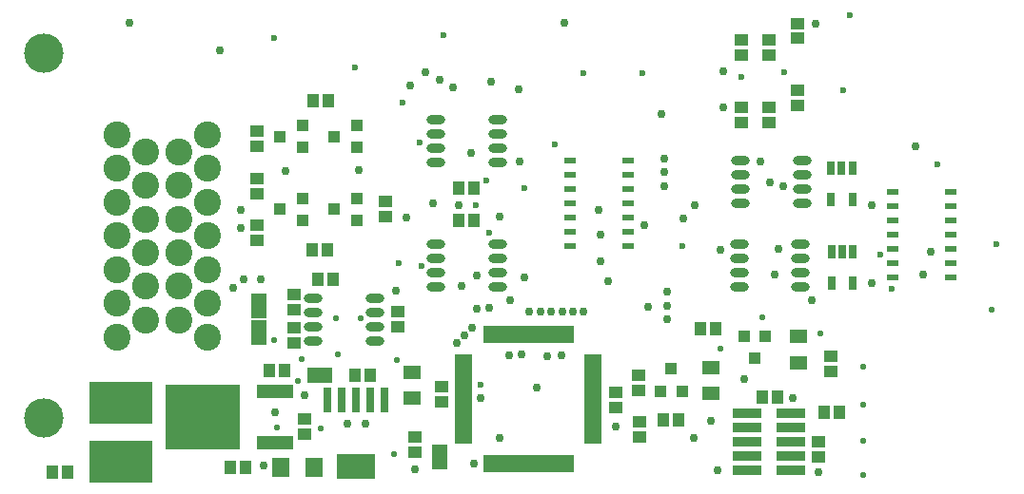
<source format=gts>
G04*
G04 #@! TF.GenerationSoftware,Altium Limited,Altium Designer,19.0.10 (269)*
G04*
G04 Layer_Color=8388736*
%FSLAX25Y25*%
%MOIN*%
G70*
G01*
G75*
%ADD35R,0.25997X0.22650*%
%ADD36R,0.12611X0.04737*%
%ADD37R,0.04737X0.04343*%
%ADD38R,0.04300X0.02454*%
%ADD39O,0.06509X0.03162*%
%ADD40R,0.04343X0.04737*%
%ADD41R,0.04343X0.03950*%
%ADD42R,0.03950X0.04343*%
%ADD43R,0.05918X0.05131*%
%ADD44R,0.10249X0.03792*%
%ADD45R,0.08871X0.05328*%
%ADD46R,0.05328X0.08871*%
%ADD47R,0.06115X0.01981*%
%ADD48R,0.01981X0.06115*%
%ADD49R,0.03162X0.09068*%
%ADD50R,0.13398X0.09068*%
%ADD51R,0.06115X0.06509*%
%ADD52R,0.22257X0.14580*%
%ADD53R,0.03162X0.04737*%
%ADD54C,0.13792*%
%ADD55C,0.09461*%
%ADD56C,0.03000*%
%ADD57C,0.02165*%
%ADD58C,0.02362*%
D35*
X179330Y23819D02*
D03*
D36*
X204724Y14803D02*
D03*
Y32835D02*
D03*
D37*
X377755Y150886D02*
D03*
Y156201D02*
D03*
Y127264D02*
D03*
Y132579D02*
D03*
X387598Y156791D02*
D03*
Y162106D02*
D03*
Y133169D02*
D03*
Y138484D02*
D03*
X367913Y156201D02*
D03*
Y150886D02*
D03*
Y132579D02*
D03*
Y127264D02*
D03*
X198326Y91240D02*
D03*
Y85925D02*
D03*
Y107677D02*
D03*
Y102362D02*
D03*
X198228Y118996D02*
D03*
Y124311D02*
D03*
X253740Y16831D02*
D03*
Y11516D02*
D03*
X247834Y60925D02*
D03*
Y55610D02*
D03*
X211220Y66929D02*
D03*
Y61614D02*
D03*
Y55118D02*
D03*
Y49803D02*
D03*
X395078Y9958D02*
D03*
Y15273D02*
D03*
X332480Y17028D02*
D03*
Y22343D02*
D03*
X332086Y33169D02*
D03*
Y38484D02*
D03*
X399409Y45177D02*
D03*
Y39862D02*
D03*
X324212Y32579D02*
D03*
Y27264D02*
D03*
X263189Y34646D02*
D03*
Y29331D02*
D03*
X215157Y17815D02*
D03*
Y23130D02*
D03*
X243253Y94291D02*
D03*
Y99606D02*
D03*
D38*
X308070Y84008D02*
D03*
Y89008D02*
D03*
Y94008D02*
D03*
Y99008D02*
D03*
Y104008D02*
D03*
Y109008D02*
D03*
Y114008D02*
D03*
X328543Y84008D02*
D03*
Y89008D02*
D03*
Y94008D02*
D03*
Y99008D02*
D03*
Y104008D02*
D03*
Y109008D02*
D03*
Y114008D02*
D03*
X441535Y102795D02*
D03*
Y97795D02*
D03*
Y92795D02*
D03*
Y87795D02*
D03*
Y82795D02*
D03*
Y77795D02*
D03*
Y72795D02*
D03*
X421063Y102795D02*
D03*
Y97795D02*
D03*
Y92795D02*
D03*
Y87795D02*
D03*
Y82795D02*
D03*
Y77795D02*
D03*
Y72795D02*
D03*
D39*
X261122Y113366D02*
D03*
Y118366D02*
D03*
Y123366D02*
D03*
Y128366D02*
D03*
X282578Y113366D02*
D03*
Y118366D02*
D03*
Y123366D02*
D03*
Y128366D02*
D03*
X261122Y69621D02*
D03*
Y74621D02*
D03*
Y79621D02*
D03*
Y84621D02*
D03*
X282578Y69621D02*
D03*
Y74621D02*
D03*
Y79621D02*
D03*
Y84621D02*
D03*
X389271Y113799D02*
D03*
Y108799D02*
D03*
Y103799D02*
D03*
Y98799D02*
D03*
X367814Y113799D02*
D03*
Y108799D02*
D03*
Y103799D02*
D03*
Y98799D02*
D03*
X388878Y84665D02*
D03*
Y79665D02*
D03*
Y74665D02*
D03*
Y69665D02*
D03*
X367421Y84665D02*
D03*
Y79665D02*
D03*
Y74665D02*
D03*
Y69665D02*
D03*
X218208Y50768D02*
D03*
Y55768D02*
D03*
Y60768D02*
D03*
Y65768D02*
D03*
X239665Y50768D02*
D03*
Y55768D02*
D03*
Y60768D02*
D03*
Y65768D02*
D03*
D40*
X269193Y93110D02*
D03*
X274507D02*
D03*
X269193Y104331D02*
D03*
X274507D02*
D03*
X217618Y82677D02*
D03*
X222933D02*
D03*
X359153Y54991D02*
D03*
X353838D02*
D03*
X232578Y38583D02*
D03*
X237893D02*
D03*
X219586Y72441D02*
D03*
X224901D02*
D03*
X207972Y40157D02*
D03*
X202657D02*
D03*
X402460Y25591D02*
D03*
X397145D02*
D03*
X375492Y31102D02*
D03*
X380807D02*
D03*
X346161Y23071D02*
D03*
X340846D02*
D03*
X188976Y6299D02*
D03*
X194291D02*
D03*
X126574Y4724D02*
D03*
X131889D02*
D03*
X223228Y135039D02*
D03*
X217913D02*
D03*
D41*
X233267Y100591D02*
D03*
Y93110D02*
D03*
X225393Y96850D02*
D03*
X214370Y100591D02*
D03*
Y93110D02*
D03*
X206496Y96850D02*
D03*
X233267Y126181D02*
D03*
Y118701D02*
D03*
X225393Y122441D02*
D03*
X214370Y126181D02*
D03*
Y118701D02*
D03*
X206496Y122441D02*
D03*
D42*
X368897Y52362D02*
D03*
X376378D02*
D03*
X372637Y44488D02*
D03*
X343503Y40945D02*
D03*
X339763Y33071D02*
D03*
X347244D02*
D03*
D43*
X387992Y52165D02*
D03*
Y43110D02*
D03*
X252559Y39764D02*
D03*
Y30709D02*
D03*
X357283Y32228D02*
D03*
Y41283D02*
D03*
D44*
X385433Y25354D02*
D03*
X370078D02*
D03*
X385433Y20354D02*
D03*
X370078D02*
D03*
X385433Y15354D02*
D03*
X370078D02*
D03*
X385433Y10354D02*
D03*
X370078D02*
D03*
X385433Y5354D02*
D03*
X370078D02*
D03*
D45*
X220275Y38583D02*
D03*
D46*
X199015Y62992D02*
D03*
Y53543D02*
D03*
X262401Y9843D02*
D03*
D47*
X270866Y15551D02*
D03*
Y17520D02*
D03*
Y19488D02*
D03*
Y21457D02*
D03*
Y23425D02*
D03*
Y25394D02*
D03*
Y27362D02*
D03*
Y29331D02*
D03*
Y31299D02*
D03*
Y33268D02*
D03*
Y35236D02*
D03*
Y37205D02*
D03*
Y39173D02*
D03*
Y41142D02*
D03*
Y43110D02*
D03*
Y45079D02*
D03*
X316141D02*
D03*
Y43110D02*
D03*
Y41142D02*
D03*
Y39173D02*
D03*
Y37205D02*
D03*
Y35236D02*
D03*
Y33268D02*
D03*
Y31299D02*
D03*
Y29331D02*
D03*
Y27362D02*
D03*
Y25394D02*
D03*
Y23425D02*
D03*
Y21457D02*
D03*
Y19488D02*
D03*
Y17520D02*
D03*
Y15551D02*
D03*
D48*
X278740Y52953D02*
D03*
X280708D02*
D03*
X282677D02*
D03*
X284645D02*
D03*
X286614D02*
D03*
X288582D02*
D03*
X290551D02*
D03*
X292519D02*
D03*
X294488D02*
D03*
X296456D02*
D03*
X298425D02*
D03*
X300393D02*
D03*
X302362D02*
D03*
X304330D02*
D03*
X306299D02*
D03*
X308267D02*
D03*
Y7677D02*
D03*
X306299D02*
D03*
X304330D02*
D03*
X302362D02*
D03*
X300393D02*
D03*
X298425D02*
D03*
X296456D02*
D03*
X294488D02*
D03*
X292519D02*
D03*
X290551D02*
D03*
X288582D02*
D03*
X286614D02*
D03*
X284645D02*
D03*
X282677D02*
D03*
X280708D02*
D03*
X278740D02*
D03*
D49*
X223169Y30020D02*
D03*
X228169D02*
D03*
X233169D02*
D03*
X238169D02*
D03*
X243169D02*
D03*
D50*
X233169Y6594D02*
D03*
D51*
X218405Y6299D02*
D03*
X206791D02*
D03*
D52*
X150590Y8366D02*
D03*
Y29035D02*
D03*
D53*
X399409Y111221D02*
D03*
X403149D02*
D03*
X406889D02*
D03*
Y100394D02*
D03*
X399409D02*
D03*
X399606Y81791D02*
D03*
X403346D02*
D03*
X407086D02*
D03*
Y70965D02*
D03*
X399606D02*
D03*
D54*
X123819Y23524D02*
D03*
Y151476D02*
D03*
D55*
X180905Y122933D02*
D03*
Y111122D02*
D03*
Y99311D02*
D03*
Y87500D02*
D03*
Y75689D02*
D03*
Y63878D02*
D03*
Y52067D02*
D03*
X171063Y117028D02*
D03*
Y105217D02*
D03*
Y93405D02*
D03*
Y81595D02*
D03*
Y69784D02*
D03*
Y57972D02*
D03*
X159251Y117028D02*
D03*
Y105217D02*
D03*
Y93405D02*
D03*
Y81595D02*
D03*
Y69784D02*
D03*
Y57972D02*
D03*
X149409Y122933D02*
D03*
Y111122D02*
D03*
Y99311D02*
D03*
Y87500D02*
D03*
Y75689D02*
D03*
Y63878D02*
D03*
Y52067D02*
D03*
D56*
X185072Y23310D02*
D03*
Y27542D02*
D03*
X189665D02*
D03*
Y23310D02*
D03*
Y19077D02*
D03*
Y14845D02*
D03*
X185072D02*
D03*
X180479D02*
D03*
Y19077D02*
D03*
X185072D02*
D03*
X180479Y23310D02*
D03*
Y27542D02*
D03*
X200590Y6791D02*
D03*
X204822Y25689D02*
D03*
X269204Y98425D02*
D03*
X287124Y65008D02*
D03*
X279724Y62205D02*
D03*
X293846Y61024D02*
D03*
X236417Y21654D02*
D03*
X339945Y130315D02*
D03*
X247047Y68405D02*
D03*
X250787Y93799D02*
D03*
X283366Y94193D02*
D03*
X341929Y62992D02*
D03*
Y67854D02*
D03*
X335236Y62598D02*
D03*
X290354Y113779D02*
D03*
X297646Y61024D02*
D03*
X301446D02*
D03*
X309046D02*
D03*
X291929Y72834D02*
D03*
X269882Y70079D02*
D03*
X275393Y73622D02*
D03*
X305246Y61024D02*
D03*
X275393Y61811D02*
D03*
X434448Y81890D02*
D03*
X431693Y74016D02*
D03*
X378149Y106299D02*
D03*
X382874Y104911D02*
D03*
X392716Y64961D02*
D03*
X428937Y118898D02*
D03*
X413649Y98260D02*
D03*
Y70965D02*
D03*
X379724Y74016D02*
D03*
X380905Y82896D02*
D03*
X360595Y82677D02*
D03*
X361712Y145276D02*
D03*
Y132579D02*
D03*
X393897Y162106D02*
D03*
X374699Y113686D02*
D03*
X300196Y45276D02*
D03*
X296260Y34252D02*
D03*
X347834Y93701D02*
D03*
X351801Y98425D02*
D03*
X334055Y91339D02*
D03*
X341141Y104911D02*
D03*
X318701Y87795D02*
D03*
X341929Y58268D02*
D03*
X341141Y109843D02*
D03*
Y114567D02*
D03*
X321435Y71653D02*
D03*
X318700Y78740D02*
D03*
X286811Y45669D02*
D03*
X291141Y45945D02*
D03*
X304921Y45669D02*
D03*
X317913Y96457D02*
D03*
X252185Y140157D02*
D03*
X257283Y144882D02*
D03*
X312846Y61024D02*
D03*
X260028Y98808D02*
D03*
X306102Y162205D02*
D03*
X289960Y138976D02*
D03*
X280467Y141732D02*
D03*
X267126Y139764D02*
D03*
X262401Y142126D02*
D03*
X273425Y116535D02*
D03*
X192716Y96457D02*
D03*
X208464Y110236D02*
D03*
X234055Y110630D02*
D03*
X189960Y69291D02*
D03*
X192716Y90158D02*
D03*
X369094Y37402D02*
D03*
X268307Y50000D02*
D03*
X270994Y52687D02*
D03*
X276673Y30610D02*
D03*
X386023D02*
D03*
X324212Y20472D02*
D03*
X199803Y72441D02*
D03*
X193863Y72338D02*
D03*
X273681Y55374D02*
D03*
X185236Y152756D02*
D03*
X153740Y162205D02*
D03*
X253740Y5512D02*
D03*
X215157Y31496D02*
D03*
X395078Y4586D02*
D03*
X359645Y5354D02*
D03*
X357283Y22461D02*
D03*
X351378Y16535D02*
D03*
X274419Y7677D02*
D03*
X283358Y16535D02*
D03*
X230118Y21654D02*
D03*
D57*
X226574Y45871D02*
D03*
X204219Y50984D02*
D03*
X455708Y61516D02*
D03*
X225984Y58760D02*
D03*
X234759Y58472D02*
D03*
X220871Y19882D02*
D03*
X205421Y20374D02*
D03*
X212795Y36562D02*
D03*
X213971Y44287D02*
D03*
X246259Y10873D02*
D03*
X247265Y43801D02*
D03*
X360595Y47934D02*
D03*
X375337Y58857D02*
D03*
X395866Y53150D02*
D03*
X410826Y41732D02*
D03*
Y28265D02*
D03*
Y15748D02*
D03*
Y3543D02*
D03*
D58*
X367951Y143307D02*
D03*
X279626Y88500D02*
D03*
X406004Y164961D02*
D03*
X403615Y138583D02*
D03*
X312696Y144587D02*
D03*
X302854Y119705D02*
D03*
X457283Y84558D02*
D03*
X436614Y112697D02*
D03*
X278839Y107087D02*
D03*
X255276Y120276D02*
D03*
X263722Y157988D02*
D03*
X204527Y156890D02*
D03*
X347244Y83957D02*
D03*
X248130Y77843D02*
D03*
X255905Y76938D02*
D03*
X291936Y104357D02*
D03*
X383172Y144980D02*
D03*
X333366Y144645D02*
D03*
X416732Y81085D02*
D03*
X420669Y68997D02*
D03*
X249507Y134218D02*
D03*
X232874Y146653D02*
D03*
X275196Y98260D02*
D03*
X276574Y35236D02*
D03*
M02*

</source>
